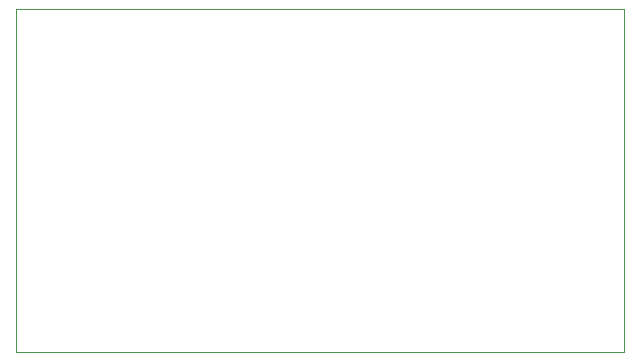
<source format=gbr>
%TF.GenerationSoftware,KiCad,Pcbnew,(6.0.4)*%
%TF.CreationDate,2022-10-31T11:49:10-04:00*%
%TF.ProjectId,switcher board,73776974-6368-4657-9220-626f6172642e,rev?*%
%TF.SameCoordinates,Original*%
%TF.FileFunction,Profile,NP*%
%FSLAX46Y46*%
G04 Gerber Fmt 4.6, Leading zero omitted, Abs format (unit mm)*
G04 Created by KiCad (PCBNEW (6.0.4)) date 2022-10-31 11:49:10*
%MOMM*%
%LPD*%
G01*
G04 APERTURE LIST*
%TA.AperFunction,Profile*%
%ADD10C,0.100000*%
%TD*%
G04 APERTURE END LIST*
D10*
X133000000Y-86000000D02*
X184500000Y-86000000D01*
X184500000Y-86000000D02*
X184500000Y-115000000D01*
X184500000Y-115000000D02*
X133000000Y-115000000D01*
X133000000Y-115000000D02*
X133000000Y-86000000D01*
M02*

</source>
